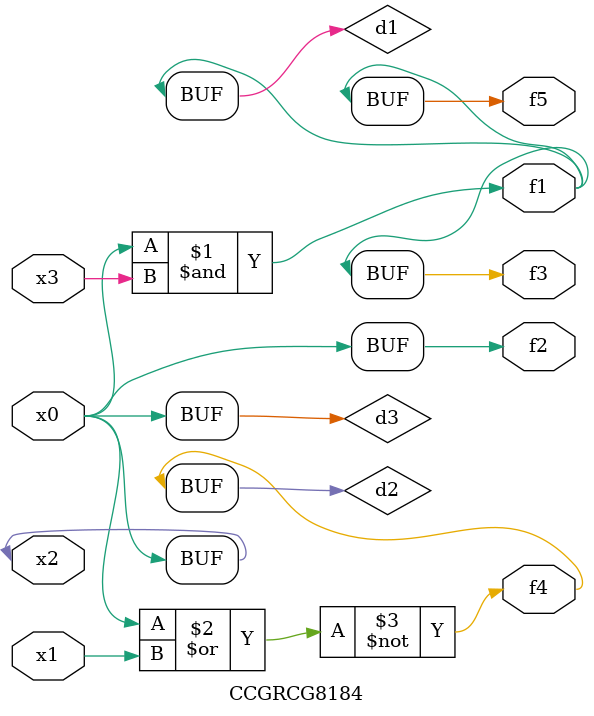
<source format=v>
module CCGRCG8184(
	input x0, x1, x2, x3,
	output f1, f2, f3, f4, f5
);

	wire d1, d2, d3;

	and (d1, x2, x3);
	nor (d2, x0, x1);
	buf (d3, x0, x2);
	assign f1 = d1;
	assign f2 = d3;
	assign f3 = d1;
	assign f4 = d2;
	assign f5 = d1;
endmodule

</source>
